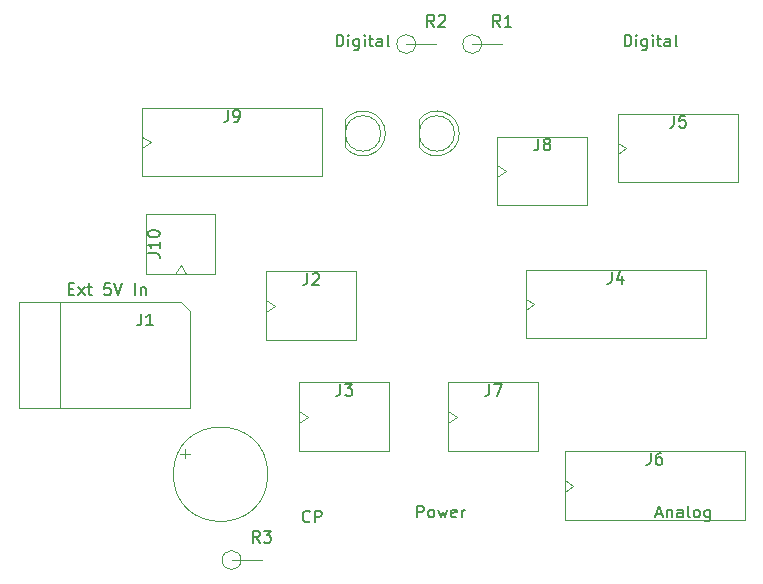
<source format=gbr>
G04 #@! TF.GenerationSoftware,KiCad,Pcbnew,(5.1.9-0-10_14)*
G04 #@! TF.CreationDate,2022-06-30T07:19:34+10:00*
G04 #@! TF.ProjectId,OH - Sim Control,4f48202d-2053-4696-9d20-436f6e74726f,rev?*
G04 #@! TF.SameCoordinates,Original*
G04 #@! TF.FileFunction,Other,Fab,Top*
%FSLAX46Y46*%
G04 Gerber Fmt 4.6, Leading zero omitted, Abs format (unit mm)*
G04 Created by KiCad (PCBNEW (5.1.9-0-10_14)) date 2022-06-30 07:19:34*
%MOMM*%
%LPD*%
G01*
G04 APERTURE LIST*
%ADD10C,0.100000*%
%ADD11C,0.150000*%
G04 APERTURE END LIST*
D10*
X152654000Y-87986600D02*
X152654000Y-93786600D01*
X152654000Y-93786600D02*
X160274000Y-93786600D01*
X160274000Y-93786600D02*
X160274000Y-87986600D01*
X160274000Y-87986600D02*
X152654000Y-87986600D01*
X152654000Y-90406600D02*
X153361107Y-90906600D01*
X153361107Y-90906600D02*
X152654000Y-91406600D01*
X122912000Y-99593400D02*
X128712000Y-99593400D01*
X128712000Y-99593400D02*
X128712000Y-94513400D01*
X128712000Y-94513400D02*
X122912000Y-94513400D01*
X122912000Y-94513400D02*
X122912000Y-99593400D01*
X125332000Y-99593400D02*
X125832000Y-98886293D01*
X125832000Y-98886293D02*
X126332000Y-99593400D01*
X133096000Y-99366000D02*
X133096000Y-105166000D01*
X133096000Y-105166000D02*
X140716000Y-105166000D01*
X140716000Y-105166000D02*
X140716000Y-99366000D01*
X140716000Y-99366000D02*
X133096000Y-99366000D01*
X133096000Y-101786000D02*
X133803107Y-102286000D01*
X133803107Y-102286000D02*
X133096000Y-102786000D01*
X130150000Y-123825000D02*
X132690000Y-123825000D01*
X130950000Y-123825000D02*
G75*
G03*
X130950000Y-123825000I-800000J0D01*
G01*
X144932000Y-80137000D02*
X147472000Y-80137000D01*
X145732000Y-80137000D02*
G75*
G03*
X145732000Y-80137000I-800000J0D01*
G01*
X150520000Y-80137000D02*
X153060000Y-80137000D01*
X151320000Y-80137000D02*
G75*
G03*
X151320000Y-80137000I-800000J0D01*
G01*
X122580000Y-85548200D02*
X122580000Y-91348200D01*
X122580000Y-91348200D02*
X137820000Y-91348200D01*
X137820000Y-91348200D02*
X137820000Y-85548200D01*
X137820000Y-85548200D02*
X122580000Y-85548200D01*
X122580000Y-87968200D02*
X123287107Y-88468200D01*
X123287107Y-88468200D02*
X122580000Y-88968200D01*
X148488000Y-108763000D02*
X148488000Y-114563000D01*
X148488000Y-114563000D02*
X156108000Y-114563000D01*
X156108000Y-114563000D02*
X156108000Y-108763000D01*
X156108000Y-108763000D02*
X148488000Y-108763000D01*
X148488000Y-111183000D02*
X149195107Y-111683000D01*
X149195107Y-111683000D02*
X148488000Y-112183000D01*
X158344000Y-114606000D02*
X158344000Y-120406000D01*
X158344000Y-120406000D02*
X173584000Y-120406000D01*
X173584000Y-120406000D02*
X173584000Y-114606000D01*
X173584000Y-114606000D02*
X158344000Y-114606000D01*
X158344000Y-117026000D02*
X159051107Y-117526000D01*
X159051107Y-117526000D02*
X158344000Y-118026000D01*
X162865000Y-86056200D02*
X162865000Y-91856200D01*
X162865000Y-91856200D02*
X173025000Y-91856200D01*
X173025000Y-91856200D02*
X173025000Y-86056200D01*
X173025000Y-86056200D02*
X162865000Y-86056200D01*
X162865000Y-88476200D02*
X163572107Y-88976200D01*
X163572107Y-88976200D02*
X162865000Y-89476200D01*
X155042000Y-99264000D02*
X155042000Y-105064000D01*
X155042000Y-105064000D02*
X170282000Y-105064000D01*
X170282000Y-105064000D02*
X170282000Y-99264000D01*
X170282000Y-99264000D02*
X155042000Y-99264000D01*
X155042000Y-101684000D02*
X155749107Y-102184000D01*
X155749107Y-102184000D02*
X155042000Y-102684000D01*
X135890000Y-108763000D02*
X135890000Y-114563000D01*
X135890000Y-114563000D02*
X143510000Y-114563000D01*
X143510000Y-114563000D02*
X143510000Y-108763000D01*
X143510000Y-108763000D02*
X135890000Y-108763000D01*
X135890000Y-111183000D02*
X136597107Y-111683000D01*
X136597107Y-111683000D02*
X135890000Y-112183000D01*
X125828787Y-101945575D02*
X126632000Y-102701000D01*
X115632000Y-101951000D02*
X115632000Y-110951000D01*
X112132000Y-101951000D02*
X112132000Y-110951000D01*
X112132000Y-110951000D02*
X126632000Y-110951000D01*
X126632000Y-110951000D02*
X126632000Y-102701000D01*
X125832000Y-101951000D02*
X112132000Y-101951000D01*
X142775000Y-87706200D02*
G75*
G03*
X142775000Y-87706200I-1500000J0D01*
G01*
X139775000Y-86540010D02*
X139775000Y-88872390D01*
X139774445Y-88871676D02*
G75*
G03*
X139775000Y-86540010I1500555J1165476D01*
G01*
X149023000Y-87706200D02*
G75*
G03*
X149023000Y-87706200I-1500000J0D01*
G01*
X146023000Y-86540010D02*
X146023000Y-88872390D01*
X146022445Y-88871676D02*
G75*
G03*
X146023000Y-86540010I1500555J1165476D01*
G01*
X126188241Y-114413500D02*
X126188241Y-115213500D01*
X125788241Y-114813500D02*
X126588241Y-114813500D01*
X133215000Y-116561000D02*
G75*
G03*
X133215000Y-116561000I-4000000J0D01*
G01*
D11*
X156130666Y-88138980D02*
X156130666Y-88853266D01*
X156083047Y-88996123D01*
X155987809Y-89091361D01*
X155844952Y-89138980D01*
X155749714Y-89138980D01*
X156749714Y-88567552D02*
X156654476Y-88519933D01*
X156606857Y-88472314D01*
X156559238Y-88377076D01*
X156559238Y-88329457D01*
X156606857Y-88234219D01*
X156654476Y-88186600D01*
X156749714Y-88138980D01*
X156940190Y-88138980D01*
X157035428Y-88186600D01*
X157083047Y-88234219D01*
X157130666Y-88329457D01*
X157130666Y-88377076D01*
X157083047Y-88472314D01*
X157035428Y-88519933D01*
X156940190Y-88567552D01*
X156749714Y-88567552D01*
X156654476Y-88615171D01*
X156606857Y-88662790D01*
X156559238Y-88758028D01*
X156559238Y-88948504D01*
X156606857Y-89043742D01*
X156654476Y-89091361D01*
X156749714Y-89138980D01*
X156940190Y-89138980D01*
X157035428Y-89091361D01*
X157083047Y-89043742D01*
X157130666Y-88948504D01*
X157130666Y-88758028D01*
X157083047Y-88662790D01*
X157035428Y-88615171D01*
X156940190Y-88567552D01*
X123064380Y-97862923D02*
X123778666Y-97862923D01*
X123921523Y-97910542D01*
X124016761Y-98005780D01*
X124064380Y-98148638D01*
X124064380Y-98243876D01*
X124064380Y-96862923D02*
X124064380Y-97434352D01*
X124064380Y-97148638D02*
X123064380Y-97148638D01*
X123207238Y-97243876D01*
X123302476Y-97339114D01*
X123350095Y-97434352D01*
X123064380Y-96243876D02*
X123064380Y-96148638D01*
X123112000Y-96053400D01*
X123159619Y-96005780D01*
X123254857Y-95958161D01*
X123445333Y-95910542D01*
X123683428Y-95910542D01*
X123873904Y-95958161D01*
X123969142Y-96005780D01*
X124016761Y-96053400D01*
X124064380Y-96148638D01*
X124064380Y-96243876D01*
X124016761Y-96339114D01*
X123969142Y-96386733D01*
X123873904Y-96434352D01*
X123683428Y-96481971D01*
X123445333Y-96481971D01*
X123254857Y-96434352D01*
X123159619Y-96386733D01*
X123112000Y-96339114D01*
X123064380Y-96243876D01*
X136572666Y-99518380D02*
X136572666Y-100232666D01*
X136525047Y-100375523D01*
X136429809Y-100470761D01*
X136286952Y-100518380D01*
X136191714Y-100518380D01*
X137001238Y-99613619D02*
X137048857Y-99566000D01*
X137144095Y-99518380D01*
X137382190Y-99518380D01*
X137477428Y-99566000D01*
X137525047Y-99613619D01*
X137572666Y-99708857D01*
X137572666Y-99804095D01*
X137525047Y-99946952D01*
X136953619Y-100518380D01*
X137572666Y-100518380D01*
X132523333Y-122357380D02*
X132190000Y-121881190D01*
X131951904Y-122357380D02*
X131951904Y-121357380D01*
X132332857Y-121357380D01*
X132428095Y-121405000D01*
X132475714Y-121452619D01*
X132523333Y-121547857D01*
X132523333Y-121690714D01*
X132475714Y-121785952D01*
X132428095Y-121833571D01*
X132332857Y-121881190D01*
X131951904Y-121881190D01*
X132856666Y-121357380D02*
X133475714Y-121357380D01*
X133142380Y-121738333D01*
X133285238Y-121738333D01*
X133380476Y-121785952D01*
X133428095Y-121833571D01*
X133475714Y-121928809D01*
X133475714Y-122166904D01*
X133428095Y-122262142D01*
X133380476Y-122309761D01*
X133285238Y-122357380D01*
X132999523Y-122357380D01*
X132904285Y-122309761D01*
X132856666Y-122262142D01*
X147305333Y-78669380D02*
X146972000Y-78193190D01*
X146733904Y-78669380D02*
X146733904Y-77669380D01*
X147114857Y-77669380D01*
X147210095Y-77717000D01*
X147257714Y-77764619D01*
X147305333Y-77859857D01*
X147305333Y-78002714D01*
X147257714Y-78097952D01*
X147210095Y-78145571D01*
X147114857Y-78193190D01*
X146733904Y-78193190D01*
X147686285Y-77764619D02*
X147733904Y-77717000D01*
X147829142Y-77669380D01*
X148067238Y-77669380D01*
X148162476Y-77717000D01*
X148210095Y-77764619D01*
X148257714Y-77859857D01*
X148257714Y-77955095D01*
X148210095Y-78097952D01*
X147638666Y-78669380D01*
X148257714Y-78669380D01*
X152893333Y-78669380D02*
X152560000Y-78193190D01*
X152321904Y-78669380D02*
X152321904Y-77669380D01*
X152702857Y-77669380D01*
X152798095Y-77717000D01*
X152845714Y-77764619D01*
X152893333Y-77859857D01*
X152893333Y-78002714D01*
X152845714Y-78097952D01*
X152798095Y-78145571D01*
X152702857Y-78193190D01*
X152321904Y-78193190D01*
X153845714Y-78669380D02*
X153274285Y-78669380D01*
X153560000Y-78669380D02*
X153560000Y-77669380D01*
X153464761Y-77812238D01*
X153369523Y-77907476D01*
X153274285Y-77955095D01*
X129866666Y-85700580D02*
X129866666Y-86414866D01*
X129819047Y-86557723D01*
X129723809Y-86652961D01*
X129580952Y-86700580D01*
X129485714Y-86700580D01*
X130390476Y-86700580D02*
X130580952Y-86700580D01*
X130676190Y-86652961D01*
X130723809Y-86605342D01*
X130819047Y-86462485D01*
X130866666Y-86272009D01*
X130866666Y-85891057D01*
X130819047Y-85795819D01*
X130771428Y-85748200D01*
X130676190Y-85700580D01*
X130485714Y-85700580D01*
X130390476Y-85748200D01*
X130342857Y-85795819D01*
X130295238Y-85891057D01*
X130295238Y-86129152D01*
X130342857Y-86224390D01*
X130390476Y-86272009D01*
X130485714Y-86319628D01*
X130676190Y-86319628D01*
X130771428Y-86272009D01*
X130819047Y-86224390D01*
X130866666Y-86129152D01*
X151964666Y-108915380D02*
X151964666Y-109629666D01*
X151917047Y-109772523D01*
X151821809Y-109867761D01*
X151678952Y-109915380D01*
X151583714Y-109915380D01*
X152345619Y-108915380D02*
X153012285Y-108915380D01*
X152583714Y-109915380D01*
X165630666Y-114758380D02*
X165630666Y-115472666D01*
X165583047Y-115615523D01*
X165487809Y-115710761D01*
X165344952Y-115758380D01*
X165249714Y-115758380D01*
X166535428Y-114758380D02*
X166344952Y-114758380D01*
X166249714Y-114806000D01*
X166202095Y-114853619D01*
X166106857Y-114996476D01*
X166059238Y-115186952D01*
X166059238Y-115567904D01*
X166106857Y-115663142D01*
X166154476Y-115710761D01*
X166249714Y-115758380D01*
X166440190Y-115758380D01*
X166535428Y-115710761D01*
X166583047Y-115663142D01*
X166630666Y-115567904D01*
X166630666Y-115329809D01*
X166583047Y-115234571D01*
X166535428Y-115186952D01*
X166440190Y-115139333D01*
X166249714Y-115139333D01*
X166154476Y-115186952D01*
X166106857Y-115234571D01*
X166059238Y-115329809D01*
X167611666Y-86208580D02*
X167611666Y-86922866D01*
X167564047Y-87065723D01*
X167468809Y-87160961D01*
X167325952Y-87208580D01*
X167230714Y-87208580D01*
X168564047Y-86208580D02*
X168087857Y-86208580D01*
X168040238Y-86684771D01*
X168087857Y-86637152D01*
X168183095Y-86589533D01*
X168421190Y-86589533D01*
X168516428Y-86637152D01*
X168564047Y-86684771D01*
X168611666Y-86780009D01*
X168611666Y-87018104D01*
X168564047Y-87113342D01*
X168516428Y-87160961D01*
X168421190Y-87208580D01*
X168183095Y-87208580D01*
X168087857Y-87160961D01*
X168040238Y-87113342D01*
X162328666Y-99416380D02*
X162328666Y-100130666D01*
X162281047Y-100273523D01*
X162185809Y-100368761D01*
X162042952Y-100416380D01*
X161947714Y-100416380D01*
X163233428Y-99749714D02*
X163233428Y-100416380D01*
X162995333Y-99368761D02*
X162757238Y-100083047D01*
X163376285Y-100083047D01*
X139366666Y-108915380D02*
X139366666Y-109629666D01*
X139319047Y-109772523D01*
X139223809Y-109867761D01*
X139080952Y-109915380D01*
X138985714Y-109915380D01*
X139747619Y-108915380D02*
X140366666Y-108915380D01*
X140033333Y-109296333D01*
X140176190Y-109296333D01*
X140271428Y-109343952D01*
X140319047Y-109391571D01*
X140366666Y-109486809D01*
X140366666Y-109724904D01*
X140319047Y-109820142D01*
X140271428Y-109867761D01*
X140176190Y-109915380D01*
X139890476Y-109915380D01*
X139795238Y-109867761D01*
X139747619Y-109820142D01*
X116370095Y-100879571D02*
X116703428Y-100879571D01*
X116846285Y-101403380D02*
X116370095Y-101403380D01*
X116370095Y-100403380D01*
X116846285Y-100403380D01*
X117179619Y-101403380D02*
X117703428Y-100736714D01*
X117179619Y-100736714D02*
X117703428Y-101403380D01*
X117941523Y-100736714D02*
X118322476Y-100736714D01*
X118084380Y-100403380D02*
X118084380Y-101260523D01*
X118132000Y-101355761D01*
X118227238Y-101403380D01*
X118322476Y-101403380D01*
X119893904Y-100403380D02*
X119417714Y-100403380D01*
X119370095Y-100879571D01*
X119417714Y-100831952D01*
X119512952Y-100784333D01*
X119751047Y-100784333D01*
X119846285Y-100831952D01*
X119893904Y-100879571D01*
X119941523Y-100974809D01*
X119941523Y-101212904D01*
X119893904Y-101308142D01*
X119846285Y-101355761D01*
X119751047Y-101403380D01*
X119512952Y-101403380D01*
X119417714Y-101355761D01*
X119370095Y-101308142D01*
X120227238Y-100403380D02*
X120560571Y-101403380D01*
X120893904Y-100403380D01*
X121989142Y-101403380D02*
X121989142Y-100403380D01*
X122465333Y-100736714D02*
X122465333Y-101403380D01*
X122465333Y-100831952D02*
X122512952Y-100784333D01*
X122608190Y-100736714D01*
X122751047Y-100736714D01*
X122846285Y-100784333D01*
X122893904Y-100879571D01*
X122893904Y-101403380D01*
X122498666Y-102953380D02*
X122498666Y-103667666D01*
X122451047Y-103810523D01*
X122355809Y-103905761D01*
X122212952Y-103953380D01*
X122117714Y-103953380D01*
X123498666Y-103953380D02*
X122927238Y-103953380D01*
X123212952Y-103953380D02*
X123212952Y-102953380D01*
X123117714Y-103096238D01*
X123022476Y-103191476D01*
X122927238Y-103239095D01*
X136774523Y-120538142D02*
X136726904Y-120585761D01*
X136584047Y-120633380D01*
X136488809Y-120633380D01*
X136345952Y-120585761D01*
X136250714Y-120490523D01*
X136203095Y-120395285D01*
X136155476Y-120204809D01*
X136155476Y-120061952D01*
X136203095Y-119871476D01*
X136250714Y-119776238D01*
X136345952Y-119681000D01*
X136488809Y-119633380D01*
X136584047Y-119633380D01*
X136726904Y-119681000D01*
X136774523Y-119728619D01*
X137203095Y-120633380D02*
X137203095Y-119633380D01*
X137584047Y-119633380D01*
X137679285Y-119681000D01*
X137726904Y-119728619D01*
X137774523Y-119823857D01*
X137774523Y-119966714D01*
X137726904Y-120061952D01*
X137679285Y-120109571D01*
X137584047Y-120157190D01*
X137203095Y-120157190D01*
X145851809Y-120213380D02*
X145851809Y-119213380D01*
X146232761Y-119213380D01*
X146328000Y-119261000D01*
X146375619Y-119308619D01*
X146423238Y-119403857D01*
X146423238Y-119546714D01*
X146375619Y-119641952D01*
X146328000Y-119689571D01*
X146232761Y-119737190D01*
X145851809Y-119737190D01*
X146994666Y-120213380D02*
X146899428Y-120165761D01*
X146851809Y-120118142D01*
X146804190Y-120022904D01*
X146804190Y-119737190D01*
X146851809Y-119641952D01*
X146899428Y-119594333D01*
X146994666Y-119546714D01*
X147137523Y-119546714D01*
X147232761Y-119594333D01*
X147280380Y-119641952D01*
X147328000Y-119737190D01*
X147328000Y-120022904D01*
X147280380Y-120118142D01*
X147232761Y-120165761D01*
X147137523Y-120213380D01*
X146994666Y-120213380D01*
X147661333Y-119546714D02*
X147851809Y-120213380D01*
X148042285Y-119737190D01*
X148232761Y-120213380D01*
X148423238Y-119546714D01*
X149185142Y-120165761D02*
X149089904Y-120213380D01*
X148899428Y-120213380D01*
X148804190Y-120165761D01*
X148756571Y-120070523D01*
X148756571Y-119689571D01*
X148804190Y-119594333D01*
X148899428Y-119546714D01*
X149089904Y-119546714D01*
X149185142Y-119594333D01*
X149232761Y-119689571D01*
X149232761Y-119784809D01*
X148756571Y-119880047D01*
X149661333Y-120213380D02*
X149661333Y-119546714D01*
X149661333Y-119737190D02*
X149708952Y-119641952D01*
X149756571Y-119594333D01*
X149851809Y-119546714D01*
X149947047Y-119546714D01*
X166092476Y-119927666D02*
X166568666Y-119927666D01*
X165997238Y-120213380D02*
X166330571Y-119213380D01*
X166663904Y-120213380D01*
X166997238Y-119546714D02*
X166997238Y-120213380D01*
X166997238Y-119641952D02*
X167044857Y-119594333D01*
X167140095Y-119546714D01*
X167282952Y-119546714D01*
X167378190Y-119594333D01*
X167425809Y-119689571D01*
X167425809Y-120213380D01*
X168330571Y-120213380D02*
X168330571Y-119689571D01*
X168282952Y-119594333D01*
X168187714Y-119546714D01*
X167997238Y-119546714D01*
X167902000Y-119594333D01*
X168330571Y-120165761D02*
X168235333Y-120213380D01*
X167997238Y-120213380D01*
X167902000Y-120165761D01*
X167854380Y-120070523D01*
X167854380Y-119975285D01*
X167902000Y-119880047D01*
X167997238Y-119832428D01*
X168235333Y-119832428D01*
X168330571Y-119784809D01*
X168949619Y-120213380D02*
X168854380Y-120165761D01*
X168806761Y-120070523D01*
X168806761Y-119213380D01*
X169473428Y-120213380D02*
X169378190Y-120165761D01*
X169330571Y-120118142D01*
X169282952Y-120022904D01*
X169282952Y-119737190D01*
X169330571Y-119641952D01*
X169378190Y-119594333D01*
X169473428Y-119546714D01*
X169616285Y-119546714D01*
X169711523Y-119594333D01*
X169759142Y-119641952D01*
X169806761Y-119737190D01*
X169806761Y-120022904D01*
X169759142Y-120118142D01*
X169711523Y-120165761D01*
X169616285Y-120213380D01*
X169473428Y-120213380D01*
X170663904Y-119546714D02*
X170663904Y-120356238D01*
X170616285Y-120451476D01*
X170568666Y-120499095D01*
X170473428Y-120546714D01*
X170330571Y-120546714D01*
X170235333Y-120499095D01*
X170663904Y-120165761D02*
X170568666Y-120213380D01*
X170378190Y-120213380D01*
X170282952Y-120165761D01*
X170235333Y-120118142D01*
X170187714Y-120022904D01*
X170187714Y-119737190D01*
X170235333Y-119641952D01*
X170282952Y-119594333D01*
X170378190Y-119546714D01*
X170568666Y-119546714D01*
X170663904Y-119594333D01*
X139033523Y-80335380D02*
X139033523Y-79335380D01*
X139271619Y-79335380D01*
X139414476Y-79383000D01*
X139509714Y-79478238D01*
X139557333Y-79573476D01*
X139604952Y-79763952D01*
X139604952Y-79906809D01*
X139557333Y-80097285D01*
X139509714Y-80192523D01*
X139414476Y-80287761D01*
X139271619Y-80335380D01*
X139033523Y-80335380D01*
X140033523Y-80335380D02*
X140033523Y-79668714D01*
X140033523Y-79335380D02*
X139985904Y-79383000D01*
X140033523Y-79430619D01*
X140081142Y-79383000D01*
X140033523Y-79335380D01*
X140033523Y-79430619D01*
X140938285Y-79668714D02*
X140938285Y-80478238D01*
X140890666Y-80573476D01*
X140843047Y-80621095D01*
X140747809Y-80668714D01*
X140604952Y-80668714D01*
X140509714Y-80621095D01*
X140938285Y-80287761D02*
X140843047Y-80335380D01*
X140652571Y-80335380D01*
X140557333Y-80287761D01*
X140509714Y-80240142D01*
X140462095Y-80144904D01*
X140462095Y-79859190D01*
X140509714Y-79763952D01*
X140557333Y-79716333D01*
X140652571Y-79668714D01*
X140843047Y-79668714D01*
X140938285Y-79716333D01*
X141414476Y-80335380D02*
X141414476Y-79668714D01*
X141414476Y-79335380D02*
X141366857Y-79383000D01*
X141414476Y-79430619D01*
X141462095Y-79383000D01*
X141414476Y-79335380D01*
X141414476Y-79430619D01*
X141747809Y-79668714D02*
X142128761Y-79668714D01*
X141890666Y-79335380D02*
X141890666Y-80192523D01*
X141938285Y-80287761D01*
X142033523Y-80335380D01*
X142128761Y-80335380D01*
X142890666Y-80335380D02*
X142890666Y-79811571D01*
X142843047Y-79716333D01*
X142747809Y-79668714D01*
X142557333Y-79668714D01*
X142462095Y-79716333D01*
X142890666Y-80287761D02*
X142795428Y-80335380D01*
X142557333Y-80335380D01*
X142462095Y-80287761D01*
X142414476Y-80192523D01*
X142414476Y-80097285D01*
X142462095Y-80002047D01*
X142557333Y-79954428D01*
X142795428Y-79954428D01*
X142890666Y-79906809D01*
X143509714Y-80335380D02*
X143414476Y-80287761D01*
X143366857Y-80192523D01*
X143366857Y-79335380D01*
X163417523Y-80335380D02*
X163417523Y-79335380D01*
X163655619Y-79335380D01*
X163798476Y-79383000D01*
X163893714Y-79478238D01*
X163941333Y-79573476D01*
X163988952Y-79763952D01*
X163988952Y-79906809D01*
X163941333Y-80097285D01*
X163893714Y-80192523D01*
X163798476Y-80287761D01*
X163655619Y-80335380D01*
X163417523Y-80335380D01*
X164417523Y-80335380D02*
X164417523Y-79668714D01*
X164417523Y-79335380D02*
X164369904Y-79383000D01*
X164417523Y-79430619D01*
X164465142Y-79383000D01*
X164417523Y-79335380D01*
X164417523Y-79430619D01*
X165322285Y-79668714D02*
X165322285Y-80478238D01*
X165274666Y-80573476D01*
X165227047Y-80621095D01*
X165131809Y-80668714D01*
X164988952Y-80668714D01*
X164893714Y-80621095D01*
X165322285Y-80287761D02*
X165227047Y-80335380D01*
X165036571Y-80335380D01*
X164941333Y-80287761D01*
X164893714Y-80240142D01*
X164846095Y-80144904D01*
X164846095Y-79859190D01*
X164893714Y-79763952D01*
X164941333Y-79716333D01*
X165036571Y-79668714D01*
X165227047Y-79668714D01*
X165322285Y-79716333D01*
X165798476Y-80335380D02*
X165798476Y-79668714D01*
X165798476Y-79335380D02*
X165750857Y-79383000D01*
X165798476Y-79430619D01*
X165846095Y-79383000D01*
X165798476Y-79335380D01*
X165798476Y-79430619D01*
X166131809Y-79668714D02*
X166512761Y-79668714D01*
X166274666Y-79335380D02*
X166274666Y-80192523D01*
X166322285Y-80287761D01*
X166417523Y-80335380D01*
X166512761Y-80335380D01*
X167274666Y-80335380D02*
X167274666Y-79811571D01*
X167227047Y-79716333D01*
X167131809Y-79668714D01*
X166941333Y-79668714D01*
X166846095Y-79716333D01*
X167274666Y-80287761D02*
X167179428Y-80335380D01*
X166941333Y-80335380D01*
X166846095Y-80287761D01*
X166798476Y-80192523D01*
X166798476Y-80097285D01*
X166846095Y-80002047D01*
X166941333Y-79954428D01*
X167179428Y-79954428D01*
X167274666Y-79906809D01*
X167893714Y-80335380D02*
X167798476Y-80287761D01*
X167750857Y-80192523D01*
X167750857Y-79335380D01*
M02*

</source>
